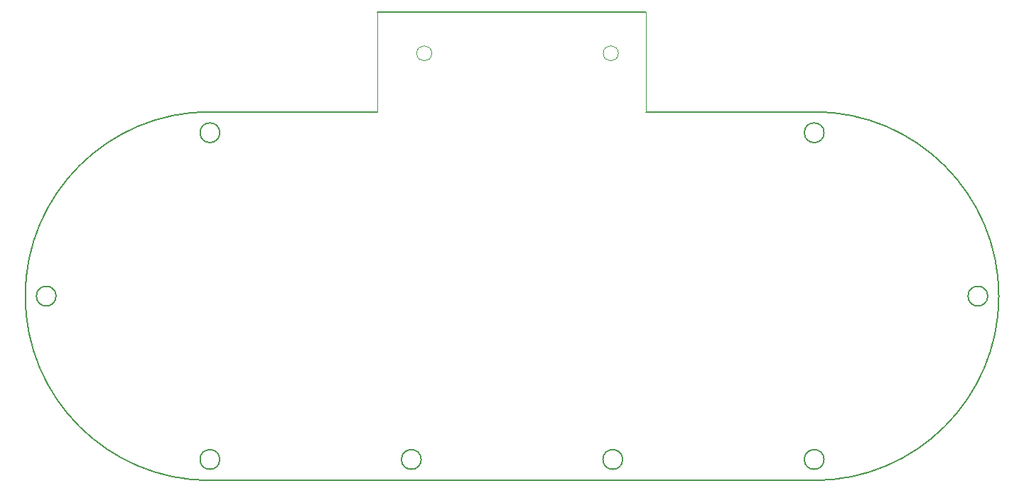
<source format=gbr>
G04 #@! TF.GenerationSoftware,KiCad,Pcbnew,7.0.5*
G04 #@! TF.CreationDate,2023-12-24T10:56:33+03:00*
G04 #@! TF.ProjectId,ALERT_RIDER_HARDWARE,414c4552-545f-4524-9944-45525f484152,rev?*
G04 #@! TF.SameCoordinates,Original*
G04 #@! TF.FileFunction,Profile,NP*
%FSLAX46Y46*%
G04 Gerber Fmt 4.6, Leading zero omitted, Abs format (unit mm)*
G04 Created by KiCad (PCBNEW 7.0.5) date 2023-12-24 10:56:33*
%MOMM*%
%LPD*%
G01*
G04 APERTURE LIST*
G04 #@! TA.AperFunction,Profile*
%ADD10C,0.200000*%
G04 #@! TD*
G04 #@! TA.AperFunction,Profile*
%ADD11C,0.100000*%
G04 #@! TD*
G04 #@! TA.AperFunction,Profile*
%ADD12C,0.120000*%
G04 #@! TD*
G04 APERTURE END LIST*
D10*
X51560000Y-67443000D02*
G75*
G03*
X53910000Y-67443000I1175000J0D01*
G01*
X72235000Y-45443000D02*
X92210000Y-45443000D01*
X164910000Y-67443000D02*
G75*
G03*
X162560000Y-67443000I-1175000J0D01*
G01*
D11*
X124210000Y-33575000D02*
X124210000Y-45443000D01*
D10*
X145410000Y-47943000D02*
G75*
G03*
X143060000Y-47943000I-1175000J0D01*
G01*
X95060000Y-86943000D02*
G75*
G03*
X97410000Y-86943000I1175000J0D01*
G01*
D11*
X92210000Y-45443000D02*
X92210000Y-33575000D01*
D10*
X119060000Y-86943000D02*
G75*
G03*
X121410000Y-86943000I1175000J0D01*
G01*
X73410000Y-86943000D02*
G75*
G03*
X71060000Y-86943000I-1175000J0D01*
G01*
X71060000Y-47943000D02*
G75*
G03*
X73410000Y-47943000I1175000J0D01*
G01*
X71060000Y-86943000D02*
G75*
G03*
X73410000Y-86943000I1175000J0D01*
G01*
X144235000Y-89443000D02*
G75*
G03*
X144235000Y-45443000I0J22000000D01*
G01*
X143060000Y-86943000D02*
G75*
G03*
X145410000Y-86943000I1175000J0D01*
G01*
X145410000Y-86943000D02*
G75*
G03*
X143060000Y-86943000I-1175000J0D01*
G01*
X72235000Y-89443000D02*
X144235000Y-89443000D01*
X162560000Y-67443000D02*
G75*
G03*
X164910000Y-67443000I1175000J0D01*
G01*
X97410000Y-86943000D02*
G75*
G03*
X95060000Y-86943000I-1175000J0D01*
G01*
X73410000Y-47943000D02*
G75*
G03*
X71060000Y-47943000I-1175000J0D01*
G01*
X72235000Y-45443000D02*
G75*
G03*
X72235000Y-89443000I0J-22000000D01*
G01*
X53910000Y-67443000D02*
G75*
G03*
X51560000Y-67443000I-1175000J0D01*
G01*
X124210000Y-45443000D02*
X144235000Y-45443000D01*
X121410000Y-86943000D02*
G75*
G03*
X119060000Y-86943000I-1175000J0D01*
G01*
X143060000Y-47943000D02*
G75*
G03*
X145410000Y-47943000I1175000J0D01*
G01*
X92210000Y-33575000D02*
X124210000Y-33575000D01*
D12*
X120905000Y-38465000D02*
G75*
G03*
X120905000Y-38465000I-900000J0D01*
G01*
X98675000Y-38465000D02*
G75*
G03*
X98675000Y-38465000I-900000J0D01*
G01*
M02*

</source>
